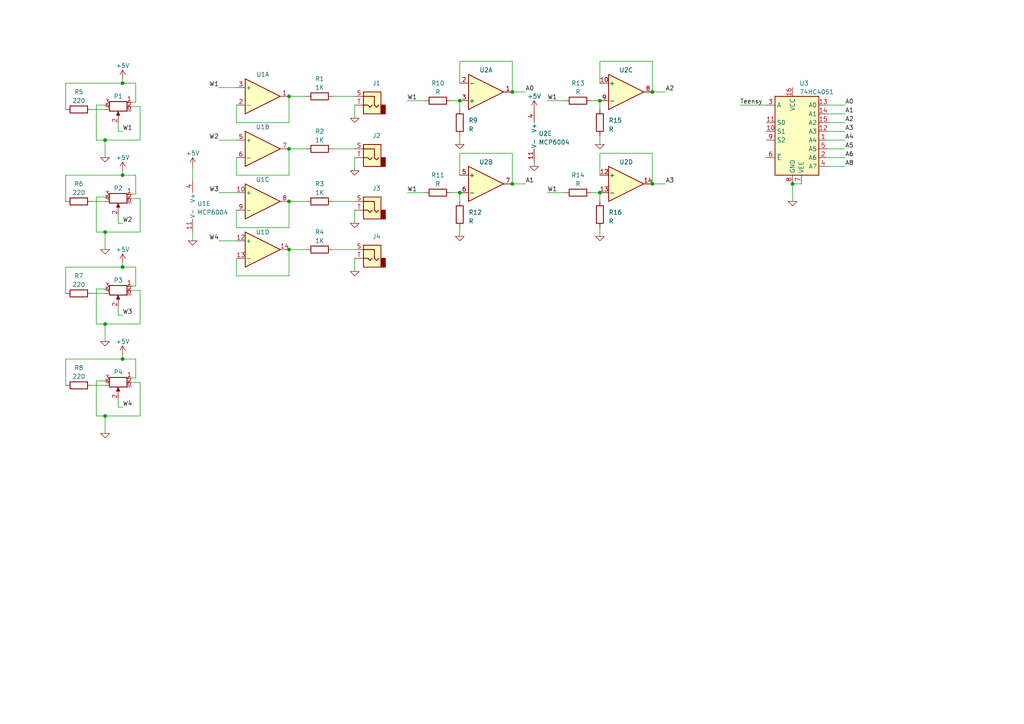
<source format=kicad_sch>
(kicad_sch (version 20230121) (generator eeschema)
  (paper "A4")
  (lib_symbols
    (symbol "74xx:74HC4051"
      (property "Reference" "U" (at -5.08 11.43 0))
      (property "Value" "74HC4051" (at -7.62 -13.97 0))
      (symbol "74HC4051_0_1"
        (rectangle (start -5.08 10.16) (end 7.62 -12.7) (stroke (width 0.254)) (fill (type background)))
      )
      (symbol "74HC4051_1_1"
        (pin passive line (at 10.16 -2.54 180) (length 2.54) (name "A4") (number "1"))
        (pin input line (at -7.62 0 0) (length 2.54) (name "S1") (number "10"))
        (pin input line (at -7.62 2.54 0) (length 2.54) (name "S0") (number "11"))
        (pin passive line (at 10.16 0 180) (length 2.54) (name "A3") (number "12"))
        (pin passive line (at 10.16 7.62 180) (length 2.54) (name "A0") (number "13"))
        (pin passive line (at 10.16 5.08 180) (length 2.54) (name "A1") (number "14"))
        (pin passive line (at 10.16 2.54 180) (length 2.54) (name "A2") (number "15"))
        (pin power_in line (at 0 12.7 270) (length 2.54) (name "VCC") (number "16"))
        (pin passive line (at 10.16 -7.62 180) (length 2.54) (name "A6") (number "2"))
        (pin passive line (at -7.62 7.62 0) (length 2.54) (name "A") (number "3"))
        (pin passive line (at 10.16 -10.16 180) (length 2.54) (name "A7") (number "4"))
        (pin passive line (at 10.16 -5.08 180) (length 2.54) (name "A5") (number "5"))
        (pin input line (at -7.62 -7.62 0) (length 2.54) (name "~{E}") (number "6"))
        (pin power_in line (at 2.54 -15.24 90) (length 2.54) (name "VEE") (number "7"))
        (pin power_in line (at 0 -15.24 90) (length 2.54) (name "GND") (number "8"))
        (pin input line (at -7.62 -2.54 0) (length 2.54) (name "S2") (number "9"))
      )
    )
    (symbol "Amplifier_Operational:MCP6004" (pin_names (offset 0.127))
      (property "Reference" "U" (at 0 5.08 0))
      (property "Value" "MCP6004" (at 0 -5.08 0))
      (symbol "MCP6004_1_1"
        (polyline (pts (xy -5.08 5.08) (xy 5.08 0) (xy -5.08 -5.08) (xy -5.08 5.08)) (stroke (width 0.254)) (fill (type background)))
        (pin output line (at 7.62 0 180) (length 2.54) (name "~") (number "1"))
        (pin input line (at -7.62 -2.54 0) (length 2.54) (name "-") (number "2"))
        (pin input line (at -7.62 2.54 0) (length 2.54) (name "+") (number "3"))
      )
      (symbol "MCP6004_2_1"
        (polyline (pts (xy -5.08 5.08) (xy 5.08 0) (xy -5.08 -5.08) (xy -5.08 5.08)) (stroke (width 0.254)) (fill (type background)))
        (pin input line (at -7.62 2.54 0) (length 2.54) (name "+") (number "5"))
        (pin input line (at -7.62 -2.54 0) (length 2.54) (name "-") (number "6"))
        (pin output line (at 7.62 0 180) (length 2.54) (name "~") (number "7"))
      )
      (symbol "MCP6004_3_1"
        (polyline (pts (xy -5.08 5.08) (xy 5.08 0) (xy -5.08 -5.08) (xy -5.08 5.08)) (stroke (width 0.254)) (fill (type background)))
        (pin input line (at -7.62 2.54 0) (length 2.54) (name "+") (number "10"))
        (pin output line (at 7.62 0 180) (length 2.54) (name "~") (number "8"))
        (pin input line (at -7.62 -2.54 0) (length 2.54) (name "-") (number "9"))
      )
      (symbol "MCP6004_4_1"
        (polyline (pts (xy -5.08 5.08) (xy 5.08 0) (xy -5.08 -5.08) (xy -5.08 5.08)) (stroke (width 0.254)) (fill (type background)))
        (pin input line (at -7.62 2.54 0) (length 2.54) (name "+") (number "12"))
        (pin input line (at -7.62 -2.54 0) (length 2.54) (name "-") (number "13"))
        (pin output line (at 7.62 0 180) (length 2.54) (name "~") (number "14"))
      )
      (symbol "MCP6004_5_1"
        (pin power_in line (at -2.54 -7.62 90) (length 3.81) (name "V-") (number "11"))
        (pin power_in line (at -2.54 7.62 270) (length 3.81) (name "V+") (number "4"))
      )
    )
    (symbol "Componentes:Slide_Potentiometer_LED" (pin_names (offset 1.016) hide)
      (property "Reference" "P" (at -4.445 0 90))
      (property "Value" "Slide_Potentiometer_LED" (at -2.54 0 90))
      (symbol "Slide_Potentiometer_LED_0_1"
        (rectangle (start -1.016 2.54) (end 1.756 -2.54) (stroke (width 0.254)))
        (polyline (pts (xy 3.81 0) (xy 2.794 0)))
        (polyline (pts (xy 1.845 0.0296) (xy 2.988 0.5376) (xy 2.988 -0.4784) (xy 1.845 0.0296)) (fill (type outline)))
      )
      (symbol "Slide_Potentiometer_LED_1_1"
        (pin passive line (at -0.8379 -3.8689 90) (length 1.27) (name "1") (number "1"))
        (pin passive line (at 5.08 0 180) (length 1.27) (name "2") (number "2"))
        (pin passive line (at 0 3.81 270) (length 1.27) (name "3") (number "3"))
        (pin passive line (at 1.27 3.81 270) (length 1.27) (name "B") (number "4"))
        (pin passive line (at 0.4321 -3.8689 90) (length 1.27) (name "L") (number "5"))
        (pin passive line (at 1.7021 -3.8689 90) (length 1.27) (name "E") (number "6"))
      )
    )
    (symbol "Connector_Audio:AudioJack2"
      (property "Reference" "J" (at 0 8.89 0))
      (property "Value" "AudioJack2" (at 0 6.35 0))
      (symbol "AudioJack2_0_1"
        (rectangle (start -3.81 0) (end -2.54 -2.54) (stroke (width 0.254)) (fill (type outline)))
        (rectangle (start -2.54 3.81) (end 2.54 -2.54) (stroke (width 0.254)) (fill (type background)))
        (polyline (pts (xy 0 0) (xy 0.635 -0.635) (xy 1.27 0) (xy 2.54 0)) (stroke (width 0.254)))
        (polyline (pts (xy 2.54 2.54) (xy -0.635 2.54) (xy -0.635 0) (xy -1.27 -0.635) (xy -1.905 0)) (stroke (width 0.254)))
      )
      (symbol "AudioJack2_1_1"
        (pin passive line (at 5.08 2.54 180) (length 2.54) (name "~") (number "S"))
        (pin passive line (at 5.08 0 180) (length 2.54) (name "~") (number "T"))
      )
    )
    (symbol "Device:R" (pin_numbers hide) (pin_names (offset 0))
      (property "Reference" "R" (at 2.032 0 90))
      (property "Value" "R" (at 0 0 90))
      (symbol "R_0_1"
        (rectangle (start -1.016 -2.54) (end 1.016 2.54) (stroke (width 0.254)))
      )
      (symbol "R_1_1"
        (pin passive line (at 0 3.81 270) (length 1.27) (name "~") (number "1"))
        (pin passive line (at 0 -3.81 90) (length 1.27) (name "~") (number "2"))
      )
    )
    (symbol "Simulation_SPICE:0" (power) (pin_names (offset 0))
      (property "Value" "0" (at 0 -1.778 0))
      (symbol "0_0_1"
        (polyline (pts (xy -1.27 0) (xy 0 -1.27) (xy 1.27 0) (xy -1.27 0)))
      )
      (symbol "0_1_1"
        (pin power_in line (at 0 0 0) (length 0) hide (name "0") (number "1"))
      )
    )
    (symbol "power:+5V" (power) (pin_names (offset 0))
      (property "Value" "+5V" (at 0 3.556 0))
      (symbol "+5V_0_1"
        (polyline (pts (xy -0.762 1.27) (xy 0 2.54)))
        (polyline (pts (xy 0 0) (xy 0 2.54)))
        (polyline (pts (xy 0 2.54) (xy 0.762 1.27)))
      )
      (symbol "+5V_1_1"
        (pin power_in line (at 0 0 90) (length 0) hide (name "+5V") (number "1"))
      )
    )
  )
  (junction (at 83.82 72.39))
  (junction (at 189.23 26.67))
  (junction (at 173.99 55.88))
  (junction (at 83.82 58.42))
  (junction (at 189.23 53.34))
  (junction (at 30.48 93.98))
  (junction (at 148.59 53.34))
  (junction (at 83.82 27.94))
  (junction (at 30.48 120.65))
  (junction (at 35.56 24.13))
  (junction (at 229.87 53.34))
  (junction (at 35.56 77.47))
  (junction (at 133.35 55.88))
  (junction (at 83.82 43.18))
  (junction (at 35.56 104.14))
  (junction (at 30.48 40.64))
  (junction (at 173.99 29.21))
  (junction (at 30.48 67.31))
  (junction (at 148.59 26.67))
  (junction (at 133.35 29.21))
  (junction (at 35.56 50.8))
  (wire (pts (xy 30.48 57.15) (xy 27.94 57.15)))
  (wire (pts (xy 40.64 84.2521) (xy 40.64 93.98)))
  (wire (pts (xy 83.82 72.39) (xy 88.9 72.39)))
  (wire (pts (xy 27.94 57.15) (xy 27.94 67.31)))
  (wire (pts (xy 30.48 110.49) (xy 27.94 110.49)))
  (wire (pts (xy 102.87 30.48) (xy 102.87 34.29)))
  (wire (pts (xy 40.64 120.65) (xy 30.48 120.65)))
  (wire (pts (xy 40.64 67.31) (xy 30.48 67.31)))
  (wire (pts (xy 68.58 50.8) (xy 83.82 50.8)))
  (wire (pts (xy 34.29 64.77) (xy 35.56 64.77)))
  (wire (pts (xy 240.03 40.64) (xy 245.11 40.64)))
  (wire (pts (xy 35.56 102.87) (xy 35.56 104.14)))
  (wire (pts (xy 39.37 50.8) (xy 39.37 56.3121)))
  (wire (pts (xy 83.82 58.42) (xy 88.9 58.42)))
  (wire (pts (xy 171.45 55.88) (xy 173.99 55.88)))
  (wire (pts (xy 39.37 77.47) (xy 39.37 82.9821)))
  (wire (pts (xy 102.87 74.93) (xy 102.87 78.74)))
  (wire (pts (xy 83.82 27.94) (xy 88.9 27.94)))
  (wire (pts (xy 83.82 66.04) (xy 83.82 58.42)))
  (wire (pts (xy 26.67 31.75) (xy 30.48 31.75)))
  (wire (pts (xy 34.29 118.11) (xy 35.56 118.11)))
  (wire (pts (xy 133.35 55.88) (xy 133.35 58.42)))
  (wire (pts (xy 96.52 43.18) (xy 102.87 43.18)))
  (wire (pts (xy 118.11 55.88) (xy 123.19 55.88)))
  (wire (pts (xy 30.48 30.48) (xy 27.94 30.48)))
  (wire (pts (xy 189.23 53.34) (xy 193.04 53.34)))
  (wire (pts (xy 30.48 40.64) (xy 30.48 45.72)))
  (wire (pts (xy 133.35 66.04) (xy 133.35 68.58)))
  (wire (pts (xy 35.56 76.2) (xy 35.56 77.47)))
  (wire (pts (xy 63.5 69.85) (xy 68.58 69.85)))
  (wire (pts (xy 133.35 50.8) (xy 133.35 44.45)))
  (wire (pts (xy 189.23 17.78) (xy 189.23 26.67)))
  (wire (pts (xy 35.56 22.86) (xy 35.56 24.13)))
  (wire (pts (xy 30.48 67.31) (xy 30.48 72.39)))
  (wire (pts (xy 171.45 29.21) (xy 173.99 29.21)))
  (wire (pts (xy 27.94 40.64) (xy 30.48 40.64)))
  (wire (pts (xy 83.82 80.01) (xy 83.82 72.39)))
  (wire (pts (xy 30.48 120.65) (xy 30.48 125.73)))
  (wire (pts (xy 39.37 24.13) (xy 35.56 24.13)))
  (wire (pts (xy 83.82 43.18) (xy 88.9 43.18)))
  (wire (pts (xy 68.58 30.48) (xy 68.58 35.56)))
  (wire (pts (xy 39.37 56.3121) (xy 38.1589 56.3121)))
  (wire (pts (xy 68.58 45.72) (xy 68.58 50.8)))
  (wire (pts (xy 173.99 39.37) (xy 173.99 41.91)))
  (wire (pts (xy 38.1589 110.9221) (xy 40.64 110.9221)))
  (wire (pts (xy 19.05 24.13) (xy 19.05 31.75)))
  (wire (pts (xy 189.23 26.67) (xy 193.04 26.67)))
  (wire (pts (xy 148.59 17.78) (xy 148.59 26.67)))
  (wire (pts (xy 38.1589 57.5821) (xy 40.64 57.5821)))
  (wire (pts (xy 55.88 48.26) (xy 55.88 52.07)))
  (wire (pts (xy 39.37 24.13) (xy 39.37 29.6421)))
  (wire (pts (xy 19.05 104.14) (xy 19.05 111.76)))
  (wire (pts (xy 27.94 67.31) (xy 30.48 67.31)))
  (wire (pts (xy 39.37 29.6421) (xy 38.1589 29.6421)))
  (wire (pts (xy 39.37 82.9821) (xy 38.1589 82.9821)))
  (wire (pts (xy 38.1589 84.2521) (xy 40.64 84.2521)))
  (wire (pts (xy 40.64 57.5821) (xy 40.64 67.31)))
  (wire (pts (xy 68.58 66.04) (xy 83.82 66.04)))
  (wire (pts (xy 63.5 40.64) (xy 68.58 40.64)))
  (wire (pts (xy 133.35 39.37) (xy 133.35 41.91)))
  (wire (pts (xy 68.58 74.93) (xy 68.58 80.01)))
  (wire (pts (xy 40.64 93.98) (xy 30.48 93.98)))
  (wire (pts (xy 27.94 120.65) (xy 30.48 120.65)))
  (wire (pts (xy 39.37 109.6521) (xy 38.1589 109.6521)))
  (wire (pts (xy 26.67 58.42) (xy 30.48 58.42)))
  (wire (pts (xy 26.67 85.09) (xy 30.48 85.09)))
  (wire (pts (xy 40.64 40.64) (xy 30.48 40.64)))
  (wire (pts (xy 229.87 53.34) (xy 232.41 53.34)))
  (wire (pts (xy 130.81 29.21) (xy 133.35 29.21)))
  (wire (pts (xy 35.56 49.53) (xy 35.56 50.8)))
  (wire (pts (xy 35.56 50.8) (xy 19.05 50.8)))
  (wire (pts (xy 148.59 44.45) (xy 148.59 53.34)))
  (wire (pts (xy 158.75 55.88) (xy 163.83 55.88)))
  (wire (pts (xy 130.81 55.88) (xy 133.35 55.88)))
  (wire (pts (xy 102.87 45.72) (xy 102.87 49.53)))
  (wire (pts (xy 173.99 66.04) (xy 173.99 68.58)))
  (wire (pts (xy 229.87 53.34) (xy 229.87 58.42)))
  (wire (pts (xy 63.5 25.4) (xy 68.58 25.4)))
  (wire (pts (xy 133.35 17.78) (xy 148.59 17.78)))
  (wire (pts (xy 240.03 30.48) (xy 245.11 30.48)))
  (wire (pts (xy 240.03 33.02) (xy 245.11 33.02)))
  (wire (pts (xy 39.37 77.47) (xy 35.56 77.47)))
  (wire (pts (xy 214.63 30.48) (xy 222.25 30.48)))
  (wire (pts (xy 240.03 38.1) (xy 245.11 38.1)))
  (wire (pts (xy 148.59 53.34) (xy 152.4 53.34)))
  (wire (pts (xy 154.94 46.99) (xy 154.94 48.26)))
  (wire (pts (xy 96.52 58.42) (xy 102.87 58.42)))
  (wire (pts (xy 19.05 50.8) (xy 19.05 58.42)))
  (wire (pts (xy 173.99 17.78) (xy 189.23 17.78)))
  (wire (pts (xy 240.03 43.18) (xy 245.11 43.18)))
  (wire (pts (xy 173.99 55.88) (xy 173.99 58.42)))
  (wire (pts (xy 27.94 110.49) (xy 27.94 120.65)))
  (wire (pts (xy 63.5 55.88) (xy 68.58 55.88)))
  (wire (pts (xy 34.29 91.44) (xy 35.56 91.44)))
  (wire (pts (xy 240.03 45.72) (xy 245.11 45.72)))
  (wire (pts (xy 27.94 30.48) (xy 27.94 40.64)))
  (wire (pts (xy 240.03 35.56) (xy 245.11 35.56)))
  (wire (pts (xy 68.58 35.56) (xy 83.82 35.56)))
  (wire (pts (xy 68.58 80.01) (xy 83.82 80.01)))
  (wire (pts (xy 38.1589 30.9121) (xy 40.64 30.9121)))
  (wire (pts (xy 240.03 48.26) (xy 245.11 48.26)))
  (wire (pts (xy 96.52 27.94) (xy 102.87 27.94)))
  (wire (pts (xy 39.37 50.8) (xy 35.56 50.8)))
  (wire (pts (xy 189.23 44.45) (xy 189.23 53.34)))
  (wire (pts (xy 34.29 115.57) (xy 34.29 118.11)))
  (wire (pts (xy 30.48 83.82) (xy 27.94 83.82)))
  (wire (pts (xy 55.88 67.31) (xy 55.88 69.85)))
  (wire (pts (xy 148.59 26.67) (xy 152.4 26.67)))
  (wire (pts (xy 39.37 104.14) (xy 35.56 104.14)))
  (wire (pts (xy 35.56 24.13) (xy 19.05 24.13)))
  (wire (pts (xy 133.35 29.21) (xy 133.35 31.75)))
  (wire (pts (xy 34.29 88.9) (xy 34.29 91.44)))
  (wire (pts (xy 27.94 83.82) (xy 27.94 93.98)))
  (wire (pts (xy 27.94 93.98) (xy 30.48 93.98)))
  (wire (pts (xy 19.05 77.47) (xy 19.05 85.09)))
  (wire (pts (xy 133.35 44.45) (xy 148.59 44.45)))
  (wire (pts (xy 68.58 60.96) (xy 68.58 66.04)))
  (wire (pts (xy 173.99 44.45) (xy 189.23 44.45)))
  (wire (pts (xy 26.67 111.76) (xy 30.48 111.76)))
  (wire (pts (xy 158.75 29.21) (xy 163.83 29.21)))
  (wire (pts (xy 118.11 29.21) (xy 123.19 29.21)))
  (wire (pts (xy 30.48 93.98) (xy 30.48 99.06)))
  (wire (pts (xy 35.56 104.14) (xy 19.05 104.14)))
  (wire (pts (xy 34.29 38.1) (xy 35.56 38.1)))
  (wire (pts (xy 173.99 24.13) (xy 173.99 17.78)))
  (wire (pts (xy 40.64 110.9221) (xy 40.64 120.65)))
  (wire (pts (xy 34.29 62.23) (xy 34.29 64.77)))
  (wire (pts (xy 83.82 50.8) (xy 83.82 43.18)))
  (wire (pts (xy 39.37 104.14) (xy 39.37 109.6521)))
  (wire (pts (xy 34.29 35.56) (xy 34.29 38.1)))
  (wire (pts (xy 35.56 77.47) (xy 19.05 77.47)))
  (wire (pts (xy 133.35 24.13) (xy 133.35 17.78)))
  (wire (pts (xy 40.64 30.9121) (xy 40.64 40.64)))
  (wire (pts (xy 102.87 60.96) (xy 102.87 64.77)))
  (wire (pts (xy 173.99 50.8) (xy 173.99 44.45)))
  (wire (pts (xy 83.82 27.94) (xy 83.82 35.56)))
  (wire (pts (xy 173.99 29.21) (xy 173.99 31.75)))
  (wire (pts (xy 96.52 72.39) (xy 102.87 72.39)))
  (label "W4" (at 35.56 118.11 0))
  (label "A8" (at 245.11 48.26 0))
  (label "W1" (at 35.56 38.1 0))
  (label "W1" (at 118.11 29.21 0))
  (label "W2" (at 35.56 64.77 0))
  (label "A1" (at 245.11 33.02 0))
  (label "W2" (at 63.5 40.64 180))
  (label "W1" (at 158.75 29.21 0))
  (label "W1" (at 118.11 55.88 0))
  (label "W3" (at 35.56 91.44 0))
  (label "A4" (at 245.11 40.64 0))
  (label "A0" (at 152.4 26.67 0))
  (label "Teensy" (at 214.63 30.48 0))
  (label "A5" (at 245.11 43.18 0))
  (label "A0" (at 245.11 30.48 0))
  (label "A1" (at 152.4 53.34 0))
  (label "A6" (at 245.11 45.72 0))
  (label "A2" (at 193.04 26.67 0))
  (label "A2" (at 245.11 35.56 0))
  (label "A3" (at 245.11 38.1 0))
  (label "W1" (at 63.5 25.4 180))
  (label "W4" (at 63.5 69.85 180))
  (label "W1" (at 158.75 55.88 0))
  (label "A3" (at 193.04 53.34 0))
  (label "W3" (at 63.5 55.88 180))
  (symbol (lib_id "power:+5V") (at 35.56 76.2 0) (unit 1)
    (property "Reference" "#PWR03" (effects hide))
    (property "Value" "+5V" (at 35.56 72.39 0))
  )
  (symbol (lib_id "Device:R") (at 133.35 35.56 0) (unit 1)
    (property "Reference" "R9" (at 135.89 34.925 0) (effects (justify left)))
    (property "Value" "R" (at 135.89 37.465 0) (effects (justify left)))
  )
  (symbol (lib_id "Connector_Audio:AudioJack2") (at 107.95 74.93 0) (mirror y) (unit 1)
    (property "Reference" "J4" (at 109.22 68.58 0))
    (property "Value" "AudioJack2" (effects hide))
  )
  (symbol (lib_id "Simulation_SPICE:0") (at 30.48 99.06 0) (unit 1)
    (property "Reference" "#GND03" (effects hide))
    (property "Value" "0" (effects hide))
  )
  (symbol (lib_id "Device:R") (at 127 29.21 90) (unit 1)
    (property "Reference" "R10" (at 127 24.13 90))
    (property "Value" "R" (at 127 26.67 90))
  )
  (symbol (lib_id "power:+5V") (at 55.88 48.26 0) (unit 1)
    (property "Reference" "#PWR05" (effects hide))
    (property "Value" "+5V" (at 55.88 44.45 0))
  )
  (symbol (lib_id "Device:R") (at 173.99 62.23 0) (unit 1)
    (property "Reference" "R16" (at 176.53 61.595 0) (effects (justify left)))
    (property "Value" "R" (at 176.53 64.135 0) (effects (justify left)))
  )
  (symbol (lib_id "Simulation_SPICE:0") (at 173.99 68.58 0) (unit 1)
    (property "Reference" "#GND013" (effects hide))
    (property "Value" "0" (effects hide))
  )
  (symbol (lib_id "Amplifier_Operational:MCP6004") (at 140.97 53.34 0) (unit 2)
    (property "Reference" "U2" (at 140.97 46.99 0))
    (property "Value" "MCP6004" (effects hide))
    (property "Datasheet" "http://ww1.microchip.com/downloads/en/DeviceDoc/21733j.pdf" (effects hide))
  )
  (symbol (lib_id "power:+5V") (at 154.94 31.75 0) (unit 1)
    (property "Reference" "#PWR06" (effects hide))
    (property "Value" "+5V" (at 154.94 27.94 0))
  )
  (symbol (lib_id "Device:R") (at 167.64 29.21 90) (unit 1)
    (property "Reference" "R13" (at 167.64 24.13 90))
    (property "Value" "R" (at 167.64 26.67 90))
  )
  (symbol (lib_id "Connector_Audio:AudioJack2") (at 107.95 45.72 0) (mirror y) (unit 1)
    (property "Reference" "J2" (at 109.22 39.37 0))
    (property "Value" "AudioJack2" (effects hide))
  )
  (symbol (lib_id "Simulation_SPICE:0") (at 30.48 72.39 0) (unit 1)
    (property "Reference" "#GND02" (effects hide))
    (property "Value" "0" (effects hide))
  )
  (symbol (lib_id "Connector_Audio:AudioJack2") (at 107.95 60.96 0) (mirror y) (unit 1)
    (property "Reference" "J3" (at 109.22 54.61 0))
    (property "Value" "AudioJack2" (effects hide))
  )
  (symbol (lib_id "Amplifier_Operational:MCP6004") (at 181.61 53.34 0) (unit 4)
    (property "Reference" "U2" (at 181.61 46.99 0))
    (property "Value" "MCP6004" (effects hide))
    (property "Datasheet" "http://ww1.microchip.com/downloads/en/DeviceDoc/21733j.pdf" (effects hide))
  )
  (symbol (lib_id "Simulation_SPICE:0") (at 30.48 125.73 0) (unit 1)
    (property "Reference" "#GND04" (effects hide))
    (property "Value" "0" (effects hide))
  )
  (symbol (lib_id "Simulation_SPICE:0") (at 55.88 69.85 0) (unit 1)
    (property "Reference" "#GND09" (effects hide))
    (property "Value" "0" (effects hide))
  )
  (symbol (lib_id "Amplifier_Operational:MCP6004") (at 140.97 26.67 0) (mirror x) (unit 1)
    (property "Reference" "U2" (at 140.97 20.32 0))
    (property "Value" "MCP6004" (effects hide))
    (property "Datasheet" "http://ww1.microchip.com/downloads/en/DeviceDoc/21733j.pdf" (effects hide))
  )
  (symbol (lib_id "Device:R") (at 22.86 111.76 90) (unit 1)
    (property "Reference" "R8" (at 22.86 106.68 90))
    (property "Value" "220" (at 22.86 109.22 90))
  )
  (symbol (lib_id "Amplifier_Operational:MCP6004") (at 181.61 26.67 0) (unit 3)
    (property "Reference" "U2" (at 181.61 20.32 0))
    (property "Value" "MCP6004" (effects hide))
    (property "Datasheet" "http://ww1.microchip.com/downloads/en/DeviceDoc/21733j.pdf" (effects hide))
  )
  (symbol (lib_id "Componentes:Slide_Potentiometer_LED") (at 34.29 57.15 90) (mirror x) (unit 1)
    (property "Reference" "P2" (at 34.29 54.61 90))
    (property "Value" "Slide_Potentiometer_LED" (effects hide))
  )
  (symbol (lib_id "Componentes:Slide_Potentiometer_LED") (at 34.29 30.48 90) (mirror x) (unit 1)
    (property "Reference" "P1" (at 34.29 27.94 90))
    (property "Value" "Slide_Potentiometer_LED" (effects hide))
  )
  (symbol (lib_id "Amplifier_Operational:MCP6004") (at 76.2 43.18 0) (unit 2)
    (property "Reference" "U1" (at 76.2 36.83 0))
    (property "Value" "MCP6004" (effects hide))
    (property "Datasheet" "http://ww1.microchip.com/downloads/en/DeviceDoc/21733j.pdf" (effects hide))
  )
  (symbol (lib_id "Device:R") (at 92.71 43.18 90) (unit 1)
    (property "Reference" "R2" (at 92.71 38.1 90))
    (property "Value" "1K" (at 92.71 40.64 90))
  )
  (symbol (lib_id "Amplifier_Operational:MCP6004") (at 58.42 59.69 0) (unit 5)
    (property "Reference" "U1" (at 57.15 59.055 0) (effects (justify left)))
    (property "Value" "MCP6004" (at 57.15 61.595 0) (effects (justify left)))
    (property "Datasheet" "http://ww1.microchip.com/downloads/en/DeviceDoc/21733j.pdf" (effects hide))
  )
  (symbol (lib_id "Simulation_SPICE:0") (at 133.35 41.91 0) (unit 1)
    (property "Reference" "#GND010" (effects hide))
    (property "Value" "0" (effects hide))
  )
  (symbol (lib_id "Simulation_SPICE:0") (at 229.87 58.42 0) (unit 1)
    (property "Reference" "#GND015" (effects hide))
    (property "Value" "0" (effects hide))
  )
  (symbol (lib_id "Simulation_SPICE:0") (at 133.35 68.58 0) (unit 1)
    (property "Reference" "#GND011" (effects hide))
    (property "Value" "0" (effects hide))
  )
  (symbol (lib_id "Simulation_SPICE:0") (at 102.87 78.74 0) (unit 1)
    (property "Reference" "#GND08" (effects hide))
    (property "Value" "0" (effects hide))
  )
  (symbol (lib_id "Connector_Audio:AudioJack2") (at 107.95 30.48 0) (mirror y) (unit 1)
    (property "Reference" "J1" (at 109.22 24.13 0))
    (property "Value" "AudioJack2" (effects hide))
  )
  (symbol (lib_id "Simulation_SPICE:0") (at 102.87 64.77 0) (unit 1)
    (property "Reference" "#GND07" (effects hide))
    (property "Value" "0" (effects hide))
  )
  (symbol (lib_id "Amplifier_Operational:MCP6004") (at 76.2 27.94 0) (unit 1)
    (property "Reference" "U1" (at 76.2 21.59 0))
    (property "Value" "MCP6004" (effects hide))
    (property "Datasheet" "http://ww1.microchip.com/downloads/en/DeviceDoc/21733j.pdf" (effects hide))
  )
  (symbol (lib_id "power:+5V") (at 35.56 22.86 0) (unit 1)
    (property "Reference" "#PWR01" (effects hide))
    (property "Value" "+5V" (at 35.56 19.05 0))
  )
  (symbol (lib_id "Device:R") (at 167.64 55.88 90) (unit 1)
    (property "Reference" "R14" (at 167.64 50.8 90))
    (property "Value" "R" (at 167.64 53.34 90))
  )
  (symbol (lib_id "Device:R") (at 22.86 58.42 90) (unit 1)
    (property "Reference" "R6" (at 22.86 53.34 90))
    (property "Value" "220" (at 22.86 55.88 90))
  )
  (symbol (lib_id "Device:R") (at 92.71 58.42 90) (unit 1)
    (property "Reference" "R3" (at 92.71 53.34 90))
    (property "Value" "1K" (at 92.71 55.88 90))
  )
  (symbol (lib_id "Amplifier_Operational:MCP6004") (at 76.2 58.42 0) (unit 3)
    (property "Reference" "U1" (at 76.2 52.07 0))
    (property "Value" "MCP6004" (effects hide))
    (property "Datasheet" "http://ww1.microchip.com/downloads/en/DeviceDoc/21733j.pdf" (effects hide))
  )
  (symbol (lib_id "Simulation_SPICE:0") (at 102.87 34.29 0) (unit 1)
    (property "Reference" "#GND05" (effects hide))
    (property "Value" "0" (effects hide))
  )
  (symbol (lib_id "Simulation_SPICE:0") (at 154.94 48.26 0) (unit 1)
    (property "Reference" "#GND014" (effects hide))
    (property "Value" "0" (effects hide))
  )
  (symbol (lib_id "Device:R") (at 22.86 85.09 90) (unit 1)
    (property "Reference" "R7" (at 22.86 80.01 90))
    (property "Value" "220" (at 22.86 82.55 90))
  )
  (symbol (lib_id "Simulation_SPICE:0") (at 173.99 41.91 0) (unit 1)
    (property "Reference" "#GND012" (effects hide))
    (property "Value" "0" (effects hide))
  )
  (symbol (lib_id "Simulation_SPICE:0") (at 102.87 49.53 0) (unit 1)
    (property "Reference" "#GND06" (effects hide))
    (property "Value" "0" (effects hide))
  )
  (symbol (lib_id "Device:R") (at 92.71 72.39 90) (unit 1)
    (property "Reference" "R4" (at 92.71 67.31 90))
    (property "Value" "1K" (at 92.71 69.85 90))
  )
  (symbol (lib_id "Device:R") (at 173.99 35.56 0) (unit 1)
    (property "Reference" "R15" (at 176.53 34.925 0) (effects (justify left)))
    (property "Value" "R" (at 176.53 37.465 0) (effects (justify left)))
  )
  (symbol (lib_id "Device:R") (at 22.86 31.75 90) (unit 1)
    (property "Reference" "R5" (at 22.86 26.67 90))
    (property "Value" "220" (at 22.86 29.21 90))
  )
  (symbol (lib_id "power:+5V") (at 35.56 102.87 0) (unit 1)
    (property "Reference" "#PWR04" (effects hide))
    (property "Value" "+5V" (at 35.56 99.06 0))
  )
  (symbol (lib_id "Device:R") (at 127 55.88 90) (unit 1)
    (property "Reference" "R11" (at 127 50.8 90))
    (property "Value" "R" (at 127 53.34 90))
  )
  (symbol (lib_id "Simulation_SPICE:0") (at 30.48 45.72 0) (unit 1)
    (property "Reference" "#GND01" (effects hide))
    (property "Value" "0" (effects hide))
  )
  (symbol (lib_id "Device:R") (at 92.71 27.94 90) (unit 1)
    (property "Reference" "R1" (at 92.71 22.86 90))
    (property "Value" "1K" (at 92.71 25.4 90))
  )
  (symbol (lib_id "Device:R") (at 133.35 62.23 0) (unit 1)
    (property "Reference" "R12" (at 135.89 61.595 0) (effects (justify left)))
    (property "Value" "R" (at 135.89 64.135 0) (effects (justify left)))
  )
  (symbol (lib_id "Componentes:Slide_Potentiometer_LED") (at 34.29 83.82 90) (mirror x) (unit 1)
    (property "Reference" "P3" (at 34.29 81.28 90))
    (property "Value" "Slide_Potentiometer_LED" (effects hide))
  )
  (symbol (lib_id "Amplifier_Operational:MCP6004") (at 157.48 39.37 0) (unit 5)
    (property "Reference" "U2" (at 156.21 38.735 0) (effects (justify left)))
    (property "Value" "MCP6004" (at 156.21 41.275 0) (effects (justify left)))
    (property "Datasheet" "http://ww1.microchip.com/downloads/en/DeviceDoc/21733j.pdf" (effects hide))
  )
  (symbol (lib_id "74xx:74HC4051") (at 229.87 38.1 0) (unit 1)
    (property "Reference" "U3" (at 231.8259 24.13 0) (effects (justify left)))
    (property "Value" "74HC4051" (at 231.8259 26.67 0) (effects (justify left)))
    (property "Datasheet" "http://www.ti.com/lit/ds/symlink/cd74hc4051.pdf" (effects hide))
  )
  (symbol (lib_id "Componentes:Slide_Potentiometer_LED") (at 34.29 110.49 90) (mirror x) (unit 1)
    (property "Reference" "P4" (at 34.29 107.95 90))
    (property "Value" "Slide_Potentiometer_LED" (effects hide))
  )
  (symbol (lib_id "Amplifier_Operational:MCP6004") (at 76.2 72.39 0) (unit 4)
    (property "Reference" "U1" (at 76.2 67.31 0))
    (property "Value" "MCP6004" (effects hide))
    (property "Datasheet" "http://ww1.microchip.com/downloads/en/DeviceDoc/21733j.pdf" (effects hide))
  )
  (symbol (lib_id "power:+5V") (at 35.56 49.53 0) (unit 1)
    (property "Reference" "#PWR02" (effects hide))
    (property "Value" "+5V" (at 35.56 45.72 0))
  )
)
</source>
